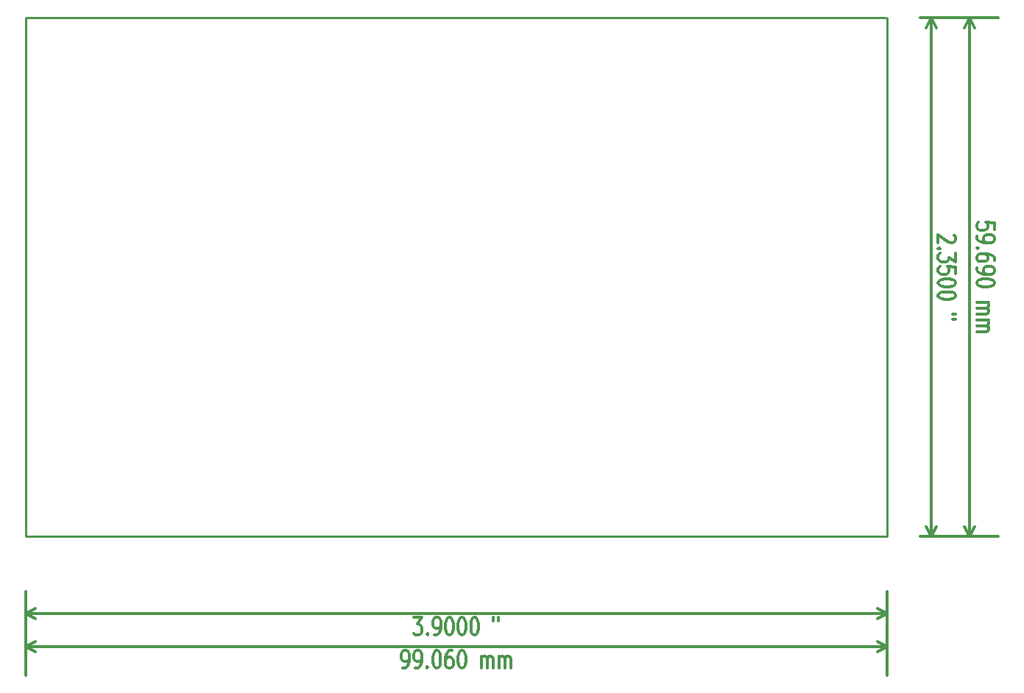
<source format=gbr>
G04 (created by PCBNEW-RS274X (2011-07-08 BZR 3044)-stable) date 26/12/2013 08:10:45*
G01*
G70*
G90*
%MOIN*%
G04 Gerber Fmt 3.4, Leading zero omitted, Abs format*
%FSLAX34Y34*%
G04 APERTURE LIST*
%ADD10C,0.006000*%
%ADD11C,0.010000*%
%ADD12C,0.012000*%
%ADD13R,0.114400X0.114400*%
%ADD14O,0.047500X0.025800*%
%ADD15O,0.025800X0.047500*%
%ADD16C,0.041000*%
%ADD17R,0.075000X0.075000*%
%ADD18C,0.075000*%
%ADD19R,0.055000X0.075000*%
%ADD20C,0.165700*%
%ADD21C,0.055000*%
G04 APERTURE END LIST*
G54D10*
G54D11*
X10000Y-33500D02*
X49000Y-33500D01*
G54D12*
X53865Y-19580D02*
X53865Y-19294D01*
X53484Y-19265D01*
X53522Y-19294D01*
X53560Y-19351D01*
X53560Y-19494D01*
X53522Y-19551D01*
X53484Y-19580D01*
X53408Y-19608D01*
X53218Y-19608D01*
X53141Y-19580D01*
X53103Y-19551D01*
X53065Y-19494D01*
X53065Y-19351D01*
X53103Y-19294D01*
X53141Y-19265D01*
X53065Y-19893D02*
X53065Y-20008D01*
X53103Y-20065D01*
X53141Y-20093D01*
X53256Y-20151D01*
X53408Y-20179D01*
X53713Y-20179D01*
X53789Y-20151D01*
X53827Y-20122D01*
X53865Y-20065D01*
X53865Y-19951D01*
X53827Y-19893D01*
X53789Y-19865D01*
X53713Y-19836D01*
X53522Y-19836D01*
X53446Y-19865D01*
X53408Y-19893D01*
X53370Y-19951D01*
X53370Y-20065D01*
X53408Y-20122D01*
X53446Y-20151D01*
X53522Y-20179D01*
X53141Y-20436D02*
X53103Y-20464D01*
X53065Y-20436D01*
X53103Y-20407D01*
X53141Y-20436D01*
X53065Y-20436D01*
X53865Y-20979D02*
X53865Y-20865D01*
X53827Y-20808D01*
X53789Y-20779D01*
X53675Y-20722D01*
X53522Y-20693D01*
X53218Y-20693D01*
X53141Y-20722D01*
X53103Y-20750D01*
X53065Y-20808D01*
X53065Y-20922D01*
X53103Y-20979D01*
X53141Y-21008D01*
X53218Y-21036D01*
X53408Y-21036D01*
X53484Y-21008D01*
X53522Y-20979D01*
X53560Y-20922D01*
X53560Y-20808D01*
X53522Y-20750D01*
X53484Y-20722D01*
X53408Y-20693D01*
X53065Y-21321D02*
X53065Y-21436D01*
X53103Y-21493D01*
X53141Y-21521D01*
X53256Y-21579D01*
X53408Y-21607D01*
X53713Y-21607D01*
X53789Y-21579D01*
X53827Y-21550D01*
X53865Y-21493D01*
X53865Y-21379D01*
X53827Y-21321D01*
X53789Y-21293D01*
X53713Y-21264D01*
X53522Y-21264D01*
X53446Y-21293D01*
X53408Y-21321D01*
X53370Y-21379D01*
X53370Y-21493D01*
X53408Y-21550D01*
X53446Y-21579D01*
X53522Y-21607D01*
X53865Y-21978D02*
X53865Y-22035D01*
X53827Y-22092D01*
X53789Y-22121D01*
X53713Y-22150D01*
X53560Y-22178D01*
X53370Y-22178D01*
X53218Y-22150D01*
X53141Y-22121D01*
X53103Y-22092D01*
X53065Y-22035D01*
X53065Y-21978D01*
X53103Y-21921D01*
X53141Y-21892D01*
X53218Y-21864D01*
X53370Y-21835D01*
X53560Y-21835D01*
X53713Y-21864D01*
X53789Y-21892D01*
X53827Y-21921D01*
X53865Y-21978D01*
X53065Y-22892D02*
X53599Y-22892D01*
X53522Y-22892D02*
X53560Y-22920D01*
X53599Y-22978D01*
X53599Y-23063D01*
X53560Y-23120D01*
X53484Y-23149D01*
X53065Y-23149D01*
X53484Y-23149D02*
X53560Y-23178D01*
X53599Y-23235D01*
X53599Y-23320D01*
X53560Y-23378D01*
X53484Y-23406D01*
X53065Y-23406D01*
X53065Y-23692D02*
X53599Y-23692D01*
X53522Y-23692D02*
X53560Y-23720D01*
X53599Y-23778D01*
X53599Y-23863D01*
X53560Y-23920D01*
X53484Y-23949D01*
X53065Y-23949D01*
X53484Y-23949D02*
X53560Y-23978D01*
X53599Y-24035D01*
X53599Y-24120D01*
X53560Y-24178D01*
X53484Y-24206D01*
X53065Y-24206D01*
X52749Y-10000D02*
X52749Y-33500D01*
X51000Y-10000D02*
X54029Y-10000D01*
X51000Y-33500D02*
X54029Y-33500D01*
X52749Y-33500D02*
X52519Y-33057D01*
X52749Y-33500D02*
X52979Y-33057D01*
X52749Y-10000D02*
X52519Y-10443D01*
X52749Y-10000D02*
X52979Y-10443D01*
X52039Y-19837D02*
X52077Y-19866D01*
X52115Y-19923D01*
X52115Y-20066D01*
X52077Y-20123D01*
X52039Y-20152D01*
X51963Y-20180D01*
X51887Y-20180D01*
X51772Y-20152D01*
X51315Y-19809D01*
X51315Y-20180D01*
X51391Y-20437D02*
X51353Y-20465D01*
X51315Y-20437D01*
X51353Y-20408D01*
X51391Y-20437D01*
X51315Y-20437D01*
X52115Y-20666D02*
X52115Y-21037D01*
X51810Y-20837D01*
X51810Y-20923D01*
X51772Y-20980D01*
X51734Y-21009D01*
X51658Y-21037D01*
X51468Y-21037D01*
X51391Y-21009D01*
X51353Y-20980D01*
X51315Y-20923D01*
X51315Y-20751D01*
X51353Y-20694D01*
X51391Y-20666D01*
X52115Y-21580D02*
X52115Y-21294D01*
X51734Y-21265D01*
X51772Y-21294D01*
X51810Y-21351D01*
X51810Y-21494D01*
X51772Y-21551D01*
X51734Y-21580D01*
X51658Y-21608D01*
X51468Y-21608D01*
X51391Y-21580D01*
X51353Y-21551D01*
X51315Y-21494D01*
X51315Y-21351D01*
X51353Y-21294D01*
X51391Y-21265D01*
X52115Y-21979D02*
X52115Y-22036D01*
X52077Y-22093D01*
X52039Y-22122D01*
X51963Y-22151D01*
X51810Y-22179D01*
X51620Y-22179D01*
X51468Y-22151D01*
X51391Y-22122D01*
X51353Y-22093D01*
X51315Y-22036D01*
X51315Y-21979D01*
X51353Y-21922D01*
X51391Y-21893D01*
X51468Y-21865D01*
X51620Y-21836D01*
X51810Y-21836D01*
X51963Y-21865D01*
X52039Y-21893D01*
X52077Y-21922D01*
X52115Y-21979D01*
X52115Y-22550D02*
X52115Y-22607D01*
X52077Y-22664D01*
X52039Y-22693D01*
X51963Y-22722D01*
X51810Y-22750D01*
X51620Y-22750D01*
X51468Y-22722D01*
X51391Y-22693D01*
X51353Y-22664D01*
X51315Y-22607D01*
X51315Y-22550D01*
X51353Y-22493D01*
X51391Y-22464D01*
X51468Y-22436D01*
X51620Y-22407D01*
X51810Y-22407D01*
X51963Y-22436D01*
X52039Y-22464D01*
X52077Y-22493D01*
X52115Y-22550D01*
X52115Y-23435D02*
X51963Y-23435D01*
X52115Y-23664D02*
X51963Y-23664D01*
X50999Y-10000D02*
X50999Y-33500D01*
X50500Y-10000D02*
X52279Y-10000D01*
X50500Y-33500D02*
X52279Y-33500D01*
X50999Y-33500D02*
X50769Y-33057D01*
X50999Y-33500D02*
X51229Y-33057D01*
X50999Y-10000D02*
X50769Y-10443D01*
X50999Y-10000D02*
X51229Y-10443D01*
X27072Y-39463D02*
X27187Y-39463D01*
X27244Y-39425D01*
X27272Y-39387D01*
X27330Y-39272D01*
X27358Y-39120D01*
X27358Y-38815D01*
X27330Y-38739D01*
X27301Y-38701D01*
X27244Y-38663D01*
X27130Y-38663D01*
X27072Y-38701D01*
X27044Y-38739D01*
X27015Y-38815D01*
X27015Y-39006D01*
X27044Y-39082D01*
X27072Y-39120D01*
X27130Y-39158D01*
X27244Y-39158D01*
X27301Y-39120D01*
X27330Y-39082D01*
X27358Y-39006D01*
X27643Y-39463D02*
X27758Y-39463D01*
X27815Y-39425D01*
X27843Y-39387D01*
X27901Y-39272D01*
X27929Y-39120D01*
X27929Y-38815D01*
X27901Y-38739D01*
X27872Y-38701D01*
X27815Y-38663D01*
X27701Y-38663D01*
X27643Y-38701D01*
X27615Y-38739D01*
X27586Y-38815D01*
X27586Y-39006D01*
X27615Y-39082D01*
X27643Y-39120D01*
X27701Y-39158D01*
X27815Y-39158D01*
X27872Y-39120D01*
X27901Y-39082D01*
X27929Y-39006D01*
X28186Y-39387D02*
X28214Y-39425D01*
X28186Y-39463D01*
X28157Y-39425D01*
X28186Y-39387D01*
X28186Y-39463D01*
X28586Y-38663D02*
X28643Y-38663D01*
X28700Y-38701D01*
X28729Y-38739D01*
X28758Y-38815D01*
X28786Y-38968D01*
X28786Y-39158D01*
X28758Y-39310D01*
X28729Y-39387D01*
X28700Y-39425D01*
X28643Y-39463D01*
X28586Y-39463D01*
X28529Y-39425D01*
X28500Y-39387D01*
X28472Y-39310D01*
X28443Y-39158D01*
X28443Y-38968D01*
X28472Y-38815D01*
X28500Y-38739D01*
X28529Y-38701D01*
X28586Y-38663D01*
X29300Y-38663D02*
X29186Y-38663D01*
X29129Y-38701D01*
X29100Y-38739D01*
X29043Y-38853D01*
X29014Y-39006D01*
X29014Y-39310D01*
X29043Y-39387D01*
X29071Y-39425D01*
X29129Y-39463D01*
X29243Y-39463D01*
X29300Y-39425D01*
X29329Y-39387D01*
X29357Y-39310D01*
X29357Y-39120D01*
X29329Y-39044D01*
X29300Y-39006D01*
X29243Y-38968D01*
X29129Y-38968D01*
X29071Y-39006D01*
X29043Y-39044D01*
X29014Y-39120D01*
X29728Y-38663D02*
X29785Y-38663D01*
X29842Y-38701D01*
X29871Y-38739D01*
X29900Y-38815D01*
X29928Y-38968D01*
X29928Y-39158D01*
X29900Y-39310D01*
X29871Y-39387D01*
X29842Y-39425D01*
X29785Y-39463D01*
X29728Y-39463D01*
X29671Y-39425D01*
X29642Y-39387D01*
X29614Y-39310D01*
X29585Y-39158D01*
X29585Y-38968D01*
X29614Y-38815D01*
X29642Y-38739D01*
X29671Y-38701D01*
X29728Y-38663D01*
X30642Y-39463D02*
X30642Y-38929D01*
X30642Y-39006D02*
X30670Y-38968D01*
X30728Y-38929D01*
X30813Y-38929D01*
X30870Y-38968D01*
X30899Y-39044D01*
X30899Y-39463D01*
X30899Y-39044D02*
X30928Y-38968D01*
X30985Y-38929D01*
X31070Y-38929D01*
X31128Y-38968D01*
X31156Y-39044D01*
X31156Y-39463D01*
X31442Y-39463D02*
X31442Y-38929D01*
X31442Y-39006D02*
X31470Y-38968D01*
X31528Y-38929D01*
X31613Y-38929D01*
X31670Y-38968D01*
X31699Y-39044D01*
X31699Y-39463D01*
X31699Y-39044D02*
X31728Y-38968D01*
X31785Y-38929D01*
X31870Y-38929D01*
X31928Y-38968D01*
X31956Y-39044D01*
X31956Y-39463D01*
X10000Y-38499D02*
X49000Y-38499D01*
X10000Y-36000D02*
X10000Y-39779D01*
X49000Y-36000D02*
X49000Y-39779D01*
X49000Y-38499D02*
X48557Y-38729D01*
X49000Y-38499D02*
X48557Y-38269D01*
X10000Y-38499D02*
X10443Y-38729D01*
X10000Y-38499D02*
X10443Y-38269D01*
X27559Y-37163D02*
X27930Y-37163D01*
X27730Y-37468D01*
X27816Y-37468D01*
X27873Y-37506D01*
X27902Y-37544D01*
X27930Y-37620D01*
X27930Y-37810D01*
X27902Y-37887D01*
X27873Y-37925D01*
X27816Y-37963D01*
X27644Y-37963D01*
X27587Y-37925D01*
X27559Y-37887D01*
X28187Y-37887D02*
X28215Y-37925D01*
X28187Y-37963D01*
X28158Y-37925D01*
X28187Y-37887D01*
X28187Y-37963D01*
X28501Y-37963D02*
X28616Y-37963D01*
X28673Y-37925D01*
X28701Y-37887D01*
X28759Y-37772D01*
X28787Y-37620D01*
X28787Y-37315D01*
X28759Y-37239D01*
X28730Y-37201D01*
X28673Y-37163D01*
X28559Y-37163D01*
X28501Y-37201D01*
X28473Y-37239D01*
X28444Y-37315D01*
X28444Y-37506D01*
X28473Y-37582D01*
X28501Y-37620D01*
X28559Y-37658D01*
X28673Y-37658D01*
X28730Y-37620D01*
X28759Y-37582D01*
X28787Y-37506D01*
X29158Y-37163D02*
X29215Y-37163D01*
X29272Y-37201D01*
X29301Y-37239D01*
X29330Y-37315D01*
X29358Y-37468D01*
X29358Y-37658D01*
X29330Y-37810D01*
X29301Y-37887D01*
X29272Y-37925D01*
X29215Y-37963D01*
X29158Y-37963D01*
X29101Y-37925D01*
X29072Y-37887D01*
X29044Y-37810D01*
X29015Y-37658D01*
X29015Y-37468D01*
X29044Y-37315D01*
X29072Y-37239D01*
X29101Y-37201D01*
X29158Y-37163D01*
X29729Y-37163D02*
X29786Y-37163D01*
X29843Y-37201D01*
X29872Y-37239D01*
X29901Y-37315D01*
X29929Y-37468D01*
X29929Y-37658D01*
X29901Y-37810D01*
X29872Y-37887D01*
X29843Y-37925D01*
X29786Y-37963D01*
X29729Y-37963D01*
X29672Y-37925D01*
X29643Y-37887D01*
X29615Y-37810D01*
X29586Y-37658D01*
X29586Y-37468D01*
X29615Y-37315D01*
X29643Y-37239D01*
X29672Y-37201D01*
X29729Y-37163D01*
X30300Y-37163D02*
X30357Y-37163D01*
X30414Y-37201D01*
X30443Y-37239D01*
X30472Y-37315D01*
X30500Y-37468D01*
X30500Y-37658D01*
X30472Y-37810D01*
X30443Y-37887D01*
X30414Y-37925D01*
X30357Y-37963D01*
X30300Y-37963D01*
X30243Y-37925D01*
X30214Y-37887D01*
X30186Y-37810D01*
X30157Y-37658D01*
X30157Y-37468D01*
X30186Y-37315D01*
X30214Y-37239D01*
X30243Y-37201D01*
X30300Y-37163D01*
X31185Y-37163D02*
X31185Y-37315D01*
X31414Y-37163D02*
X31414Y-37315D01*
X10000Y-36999D02*
X49000Y-36999D01*
X10000Y-36000D02*
X10000Y-38279D01*
X49000Y-36000D02*
X49000Y-38279D01*
X49000Y-36999D02*
X48557Y-37229D01*
X49000Y-36999D02*
X48557Y-36769D01*
X10000Y-36999D02*
X10443Y-37229D01*
X10000Y-36999D02*
X10443Y-36769D01*
G54D11*
X49000Y-33500D02*
X49000Y-10000D01*
X10000Y-10000D02*
X10000Y-33500D01*
X10000Y-10000D02*
X48950Y-10000D01*
%LPC*%
G54D13*
X24400Y-20800D03*
G54D14*
X25187Y-20308D03*
X25187Y-20505D03*
X25187Y-20702D03*
X25187Y-20898D03*
X25187Y-21095D03*
X25187Y-21292D03*
G54D15*
X24892Y-21587D03*
X24695Y-21587D03*
X24498Y-21587D03*
X24302Y-21587D03*
X24105Y-21587D03*
X23908Y-21587D03*
G54D14*
X23613Y-21292D03*
X23613Y-21095D03*
X23613Y-20898D03*
X23613Y-20702D03*
X23613Y-20505D03*
X23613Y-20308D03*
G54D15*
X23908Y-20013D03*
X24105Y-20013D03*
X24302Y-20013D03*
X24498Y-20013D03*
X24695Y-20013D03*
X24892Y-20013D03*
G54D16*
X24400Y-20800D03*
X24100Y-20500D03*
X24700Y-20500D03*
X24100Y-21100D03*
X24700Y-21100D03*
G54D17*
X27000Y-11000D03*
G54D18*
X26000Y-11000D03*
X25000Y-11000D03*
X24000Y-11000D03*
X23000Y-11000D03*
X22000Y-11000D03*
G54D19*
X24075Y-18600D03*
X23325Y-18600D03*
G54D20*
X11500Y-32500D03*
X47500Y-32500D03*
X47500Y-11000D03*
X11500Y-11000D03*
G54D21*
X22700Y-13400D03*
X13800Y-20300D03*
X17600Y-20700D03*
X21300Y-20900D03*
X24500Y-29700D03*
X29000Y-30000D03*
X32100Y-29800D03*
X35900Y-29700D03*
X39600Y-29700D03*
X43400Y-29700D03*
X48000Y-30500D03*
X47200Y-27900D03*
X32000Y-26700D03*
X26000Y-20500D03*
X25600Y-19100D03*
X25500Y-15300D03*
X20100Y-11300D03*
X14100Y-32400D03*
M02*

</source>
